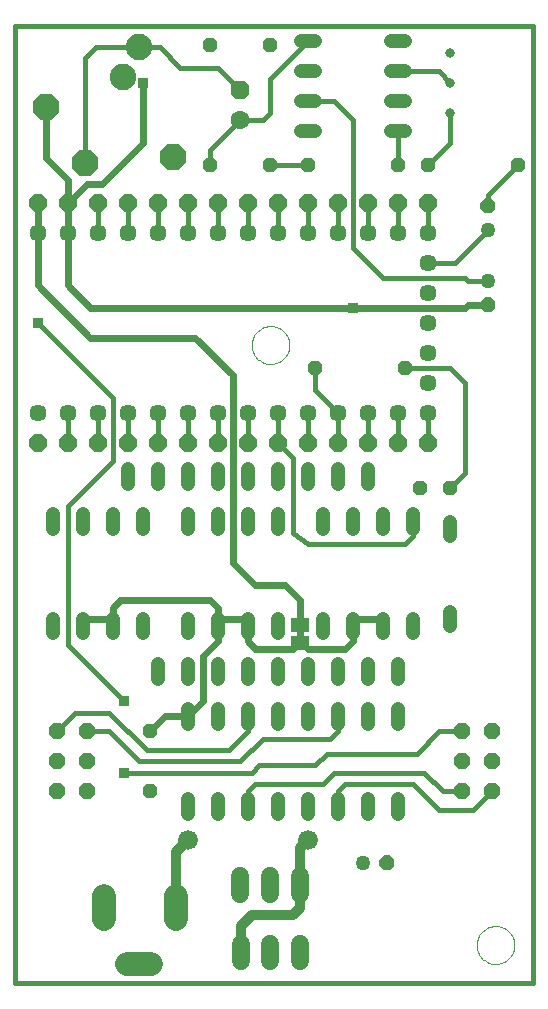
<source format=gtl>
G75*
%MOIN*%
%OFA0B0*%
%FSLAX24Y24*%
%IPPOS*%
%LPD*%
%AMOC8*
5,1,8,0,0,1.08239X$1,22.5*
%
%ADD10C,0.0160*%
%ADD11C,0.0000*%
%ADD12OC8,0.0480*%
%ADD13OC8,0.0885*%
%ADD14C,0.0885*%
%ADD15C,0.0480*%
%ADD16OC8,0.0630*%
%ADD17C,0.0630*%
%ADD18OC8,0.0500*%
%ADD19C,0.0500*%
%ADD20C,0.0570*%
%ADD21C,0.0787*%
%ADD22C,0.0600*%
%ADD23OC8,0.0540*%
%ADD24C,0.0591*%
%ADD25C,0.0660*%
%ADD26OC8,0.0591*%
%ADD27R,0.0630X0.0460*%
%ADD28C,0.0320*%
%ADD29C,0.0240*%
%ADD30R,0.0356X0.0356*%
%ADD31C,0.0320*%
D10*
X001330Y000595D02*
X001330Y032466D01*
X018575Y032466D01*
X018575Y000595D01*
X001330Y000595D01*
X004955Y007595D02*
X009205Y007595D01*
X009455Y007845D01*
X011330Y007845D01*
X011705Y008220D01*
X014705Y008220D01*
X015455Y008970D01*
X016205Y008970D01*
X014955Y007595D02*
X015580Y006970D01*
X016205Y006970D01*
X016580Y006345D02*
X017205Y006970D01*
X016580Y006345D02*
X015455Y006345D01*
X014580Y007220D01*
X012330Y007220D01*
X012080Y006970D01*
X012080Y006470D01*
X011580Y007220D02*
X011955Y007595D01*
X014955Y007595D01*
X012080Y008970D02*
X011830Y008720D01*
X009580Y008720D01*
X008830Y007970D01*
X005455Y007970D01*
X004455Y008970D01*
X003705Y008970D01*
X003330Y009595D02*
X002705Y008970D01*
X003330Y009595D02*
X004455Y009595D01*
X005705Y008345D01*
X008455Y008345D01*
X009080Y008970D01*
X009080Y009470D01*
X009330Y007220D02*
X009080Y006970D01*
X009080Y006470D01*
X009330Y007220D02*
X011580Y007220D01*
X012080Y008970D02*
X012080Y009470D01*
X010880Y011920D02*
X010830Y011920D01*
X010780Y011920D01*
X011080Y015220D02*
X014330Y015220D01*
X014580Y015470D01*
X014580Y015720D01*
X015830Y017095D02*
X016330Y017595D01*
X016330Y020595D01*
X015830Y021095D01*
X014330Y021095D01*
X014080Y019595D02*
X014080Y018595D01*
X015080Y018595D02*
X015080Y019595D01*
X013080Y019595D02*
X013080Y018595D01*
X012080Y018595D02*
X012080Y019595D01*
X011330Y020345D01*
X011330Y021095D01*
X011080Y019595D02*
X011080Y018595D01*
X010580Y018095D02*
X010580Y015595D01*
X011080Y015220D01*
X010580Y018095D02*
X010080Y018595D01*
X010080Y019595D01*
X009080Y019595D02*
X009080Y018595D01*
X008080Y018595D02*
X008080Y019595D01*
X007080Y019595D02*
X007080Y018595D01*
X006080Y018595D02*
X006080Y019595D01*
X005080Y019595D02*
X005080Y018595D01*
X004580Y017970D02*
X003080Y016470D01*
X003080Y011845D01*
X004955Y009970D01*
X004580Y017970D02*
X004580Y020095D01*
X002080Y022595D01*
X003080Y019595D02*
X003080Y018595D01*
X004080Y018595D02*
X004080Y019595D01*
X004080Y025595D02*
X004080Y026595D01*
X003640Y027915D02*
X003640Y031405D01*
X004010Y031775D01*
X005450Y031775D01*
X006150Y031775D01*
X006830Y031095D01*
X008080Y031095D01*
X008830Y030345D01*
X008830Y029345D02*
X007830Y028345D01*
X007830Y027845D01*
X008080Y026595D02*
X008080Y025595D01*
X007080Y025595D02*
X007080Y026595D01*
X006080Y026595D02*
X006080Y025595D01*
X005080Y025595D02*
X005080Y026595D01*
X008830Y029345D02*
X009580Y029345D01*
X009830Y029595D01*
X009830Y030720D01*
X011080Y031970D01*
X011080Y029970D02*
X011955Y029970D01*
X012580Y029345D01*
X012580Y025095D01*
X013580Y024095D01*
X016330Y024095D01*
X016430Y023995D01*
X017080Y023995D01*
X015980Y024595D02*
X017080Y025695D01*
X017080Y026495D02*
X017080Y026845D01*
X018080Y027845D01*
X015980Y024595D02*
X015080Y024595D01*
X015080Y025595D02*
X015080Y026595D01*
X015080Y027845D02*
X015830Y028595D01*
X015830Y029595D01*
X015830Y030595D02*
X015455Y030970D01*
X014080Y030970D01*
X014080Y028970D02*
X014080Y027845D01*
X014080Y026595D02*
X014080Y025595D01*
X013080Y025595D02*
X013080Y026595D01*
X012080Y026595D02*
X012080Y025595D01*
X011080Y025595D02*
X011080Y026595D01*
X011080Y027845D02*
X009830Y027845D01*
X010080Y026595D02*
X010080Y025595D01*
X009080Y025595D02*
X009080Y026595D01*
D11*
X009200Y021845D02*
X009202Y021895D01*
X009208Y021945D01*
X009218Y021994D01*
X009232Y022042D01*
X009249Y022089D01*
X009270Y022134D01*
X009295Y022178D01*
X009323Y022219D01*
X009355Y022258D01*
X009389Y022295D01*
X009426Y022329D01*
X009466Y022359D01*
X009508Y022386D01*
X009552Y022410D01*
X009598Y022431D01*
X009645Y022447D01*
X009693Y022460D01*
X009743Y022469D01*
X009792Y022474D01*
X009843Y022475D01*
X009893Y022472D01*
X009942Y022465D01*
X009991Y022454D01*
X010039Y022439D01*
X010085Y022421D01*
X010130Y022399D01*
X010173Y022373D01*
X010214Y022344D01*
X010253Y022312D01*
X010289Y022277D01*
X010321Y022239D01*
X010351Y022199D01*
X010378Y022156D01*
X010401Y022112D01*
X010420Y022066D01*
X010436Y022018D01*
X010448Y021969D01*
X010456Y021920D01*
X010460Y021870D01*
X010460Y021820D01*
X010456Y021770D01*
X010448Y021721D01*
X010436Y021672D01*
X010420Y021624D01*
X010401Y021578D01*
X010378Y021534D01*
X010351Y021491D01*
X010321Y021451D01*
X010289Y021413D01*
X010253Y021378D01*
X010214Y021346D01*
X010173Y021317D01*
X010130Y021291D01*
X010085Y021269D01*
X010039Y021251D01*
X009991Y021236D01*
X009942Y021225D01*
X009893Y021218D01*
X009843Y021215D01*
X009792Y021216D01*
X009743Y021221D01*
X009693Y021230D01*
X009645Y021243D01*
X009598Y021259D01*
X009552Y021280D01*
X009508Y021304D01*
X009466Y021331D01*
X009426Y021361D01*
X009389Y021395D01*
X009355Y021432D01*
X009323Y021471D01*
X009295Y021512D01*
X009270Y021556D01*
X009249Y021601D01*
X009232Y021648D01*
X009218Y021696D01*
X009208Y021745D01*
X009202Y021795D01*
X009200Y021845D01*
X016700Y001845D02*
X016702Y001895D01*
X016708Y001945D01*
X016718Y001994D01*
X016732Y002042D01*
X016749Y002089D01*
X016770Y002134D01*
X016795Y002178D01*
X016823Y002219D01*
X016855Y002258D01*
X016889Y002295D01*
X016926Y002329D01*
X016966Y002359D01*
X017008Y002386D01*
X017052Y002410D01*
X017098Y002431D01*
X017145Y002447D01*
X017193Y002460D01*
X017243Y002469D01*
X017292Y002474D01*
X017343Y002475D01*
X017393Y002472D01*
X017442Y002465D01*
X017491Y002454D01*
X017539Y002439D01*
X017585Y002421D01*
X017630Y002399D01*
X017673Y002373D01*
X017714Y002344D01*
X017753Y002312D01*
X017789Y002277D01*
X017821Y002239D01*
X017851Y002199D01*
X017878Y002156D01*
X017901Y002112D01*
X017920Y002066D01*
X017936Y002018D01*
X017948Y001969D01*
X017956Y001920D01*
X017960Y001870D01*
X017960Y001820D01*
X017956Y001770D01*
X017948Y001721D01*
X017936Y001672D01*
X017920Y001624D01*
X017901Y001578D01*
X017878Y001534D01*
X017851Y001491D01*
X017821Y001451D01*
X017789Y001413D01*
X017753Y001378D01*
X017714Y001346D01*
X017673Y001317D01*
X017630Y001291D01*
X017585Y001269D01*
X017539Y001251D01*
X017491Y001236D01*
X017442Y001225D01*
X017393Y001218D01*
X017343Y001215D01*
X017292Y001216D01*
X017243Y001221D01*
X017193Y001230D01*
X017145Y001243D01*
X017098Y001259D01*
X017052Y001280D01*
X017008Y001304D01*
X016966Y001331D01*
X016926Y001361D01*
X016889Y001395D01*
X016855Y001432D01*
X016823Y001471D01*
X016795Y001512D01*
X016770Y001556D01*
X016749Y001601D01*
X016732Y001648D01*
X016718Y001696D01*
X016708Y001745D01*
X016702Y001795D01*
X016700Y001845D01*
D12*
X015830Y017095D03*
X014830Y017095D03*
X014330Y021095D03*
X011330Y021095D03*
X011080Y027845D03*
X009830Y027845D03*
X007830Y027845D03*
X007830Y031845D03*
X009830Y031845D03*
X014080Y027845D03*
X015080Y027845D03*
X018080Y027845D03*
X005830Y008970D03*
X005830Y006970D03*
D13*
X003640Y027915D03*
X002360Y029765D03*
X006590Y028125D03*
D14*
X004900Y030785D03*
X005450Y031775D03*
D15*
X010840Y031970D02*
X011320Y031970D01*
X011320Y030970D02*
X010840Y030970D01*
X010840Y029970D02*
X011320Y029970D01*
X011320Y028970D02*
X010840Y028970D01*
X013840Y028970D02*
X014320Y028970D01*
X014320Y029970D02*
X013840Y029970D01*
X013840Y030970D02*
X014320Y030970D01*
X014320Y031970D02*
X013840Y031970D01*
X013080Y017710D02*
X013080Y017230D01*
X012580Y016200D02*
X012580Y015720D01*
X012080Y017230D02*
X012080Y017710D01*
X011080Y017710D02*
X011080Y017230D01*
X011580Y016200D02*
X011580Y015720D01*
X010080Y015720D02*
X010080Y016200D01*
X010080Y017230D02*
X010080Y017710D01*
X009080Y017710D02*
X009080Y017230D01*
X009080Y016200D02*
X009080Y015720D01*
X008080Y015720D02*
X008080Y016200D01*
X008080Y017230D02*
X008080Y017710D01*
X007080Y017710D02*
X007080Y017230D01*
X007080Y016200D02*
X007080Y015720D01*
X006080Y017230D02*
X006080Y017710D01*
X005080Y017710D02*
X005080Y017230D01*
X004580Y016200D02*
X004580Y015720D01*
X005580Y015720D02*
X005580Y016200D01*
X003580Y016200D02*
X003580Y015720D01*
X002580Y015720D02*
X002580Y016200D01*
X002580Y012720D02*
X002580Y012240D01*
X003580Y012240D02*
X003580Y012720D01*
X004580Y012720D02*
X004580Y012240D01*
X005580Y012240D02*
X005580Y012720D01*
X006080Y011210D02*
X006080Y010730D01*
X007080Y010730D02*
X007080Y011210D01*
X007080Y012240D02*
X007080Y012720D01*
X008080Y012720D02*
X008080Y012240D01*
X008080Y011210D02*
X008080Y010730D01*
X008080Y009710D02*
X008080Y009230D01*
X007080Y009230D02*
X007080Y009710D01*
X007080Y006710D02*
X007080Y006230D01*
X008080Y006230D02*
X008080Y006710D01*
X009080Y006710D02*
X009080Y006230D01*
X010080Y006230D02*
X010080Y006710D01*
X011080Y006710D02*
X011080Y006230D01*
X012080Y006230D02*
X012080Y006710D01*
X013080Y006710D02*
X013080Y006230D01*
X014080Y006230D02*
X014080Y006710D01*
X014080Y009230D02*
X014080Y009710D01*
X014080Y010730D02*
X014080Y011210D01*
X013580Y012240D02*
X013580Y012720D01*
X014580Y012720D02*
X014580Y012240D01*
X015830Y012480D02*
X015830Y012960D01*
X015830Y015480D02*
X015830Y015960D01*
X014580Y015720D02*
X014580Y016200D01*
X013580Y016200D02*
X013580Y015720D01*
X012580Y012720D02*
X012580Y012240D01*
X012080Y011210D02*
X012080Y010730D01*
X012080Y009710D02*
X012080Y009230D01*
X013080Y009230D02*
X013080Y009710D01*
X013080Y010730D02*
X013080Y011210D01*
X011580Y012240D02*
X011580Y012720D01*
X011080Y011210D02*
X011080Y010730D01*
X011080Y009710D02*
X011080Y009230D01*
X010080Y009230D02*
X010080Y009710D01*
X010080Y010730D02*
X010080Y011210D01*
X010080Y012240D02*
X010080Y012720D01*
X009080Y012720D02*
X009080Y012240D01*
X009080Y011210D02*
X009080Y010730D01*
X009080Y009710D02*
X009080Y009230D01*
D16*
X008830Y030345D03*
D17*
X008830Y029345D03*
D18*
X017080Y026495D03*
X017080Y023195D03*
X013730Y004595D03*
D19*
X012930Y004595D03*
X017080Y023995D03*
X017080Y025695D03*
D20*
X015080Y025595D03*
X015080Y024595D03*
X015080Y023595D03*
X015080Y022595D03*
X015080Y021595D03*
X015080Y020595D03*
X015080Y019595D03*
X014080Y019595D03*
X013080Y019595D03*
X012080Y019595D03*
X011080Y019595D03*
X010080Y019595D03*
X009080Y019595D03*
X008080Y019595D03*
X007080Y019595D03*
X006080Y019595D03*
X005080Y019595D03*
X004080Y019595D03*
X003080Y019595D03*
X002080Y019595D03*
X002080Y025595D03*
X003080Y025595D03*
X004080Y025595D03*
X005080Y025595D03*
X006080Y025595D03*
X007080Y025595D03*
X008080Y025595D03*
X009080Y025595D03*
X010080Y025595D03*
X011080Y025595D03*
X012080Y025595D03*
X013080Y025595D03*
X014080Y025595D03*
D21*
X006675Y003489D02*
X006675Y002701D01*
X005849Y001205D02*
X005061Y001205D01*
X004274Y002701D02*
X004274Y003489D01*
D22*
X008830Y003545D02*
X008830Y004145D01*
X009830Y004145D02*
X009830Y003545D01*
X010830Y003545D02*
X010830Y004145D01*
D23*
X016205Y006970D03*
X016205Y007970D03*
X016205Y008970D03*
X017205Y008970D03*
X017205Y007970D03*
X017205Y006970D03*
X003705Y006970D03*
X003705Y007970D03*
X003705Y008970D03*
X002705Y008970D03*
X002705Y007970D03*
X002705Y006970D03*
D24*
X008846Y001890D02*
X008846Y001300D01*
X009830Y001300D02*
X009830Y001890D01*
X010814Y001890D02*
X010814Y001300D01*
D25*
X011080Y005345D03*
X007080Y005345D03*
D26*
X007080Y018595D03*
X006080Y018595D03*
X005080Y018595D03*
X004080Y018595D03*
X003080Y018595D03*
X002080Y018595D03*
X002080Y026595D03*
X003080Y026595D03*
X004080Y026595D03*
X005080Y026595D03*
X006080Y026595D03*
X007080Y026595D03*
X008080Y026595D03*
X009080Y026595D03*
X010080Y026595D03*
X011080Y026595D03*
X012080Y026595D03*
X013080Y026595D03*
X014080Y026595D03*
X015080Y026595D03*
X015080Y018595D03*
X014080Y018595D03*
X013080Y018595D03*
X012080Y018595D03*
X011080Y018595D03*
X010080Y018595D03*
X009080Y018595D03*
X008080Y018595D03*
D27*
X010830Y012520D03*
X010830Y011920D03*
D28*
X015830Y029595D03*
X015830Y030595D03*
X015830Y031595D03*
D29*
X016430Y023195D02*
X016330Y023095D01*
X012580Y023095D01*
X003830Y023095D01*
X003080Y023845D01*
X003080Y025595D01*
X003080Y026595D01*
X003705Y027220D01*
X004205Y027220D01*
X005580Y028595D01*
X005580Y030595D01*
X002360Y028065D02*
X003080Y027345D01*
X003080Y026595D01*
X002360Y028065D02*
X002360Y029765D01*
X002080Y026595D02*
X002080Y025595D01*
X002080Y023845D01*
X003830Y022095D01*
X007330Y022095D01*
X008580Y020845D01*
X008580Y014595D01*
X009330Y013845D01*
X010330Y013845D01*
X010830Y013345D01*
X010830Y012520D01*
X010830Y011845D01*
X010780Y011920D02*
X010580Y011720D01*
X009330Y011720D01*
X009080Y011970D01*
X009080Y012720D01*
X008080Y012720D01*
X008080Y011970D01*
X007580Y011470D01*
X007580Y009970D01*
X007080Y009470D01*
X006330Y009470D01*
X005830Y008970D01*
X004580Y012720D02*
X003580Y012720D01*
X004580Y012720D02*
X004580Y013095D01*
X004830Y013345D01*
X007830Y013345D01*
X008080Y013095D01*
X008080Y012720D01*
X010880Y011920D02*
X011080Y011720D01*
X012330Y011720D01*
X012580Y011970D01*
X012580Y012720D01*
X013580Y012720D01*
X016430Y023195D02*
X017080Y023195D01*
D30*
X012580Y023095D03*
X005580Y030595D03*
X002080Y022595D03*
X004955Y009970D03*
X004955Y007595D03*
D31*
X007080Y005345D02*
X006675Y004940D01*
X006675Y003095D01*
X008846Y002486D02*
X008846Y001595D01*
X008846Y002486D02*
X009205Y002845D01*
X010580Y002845D01*
X010830Y003095D01*
X010830Y003845D01*
X010830Y005095D01*
X011080Y005345D01*
M02*

</source>
